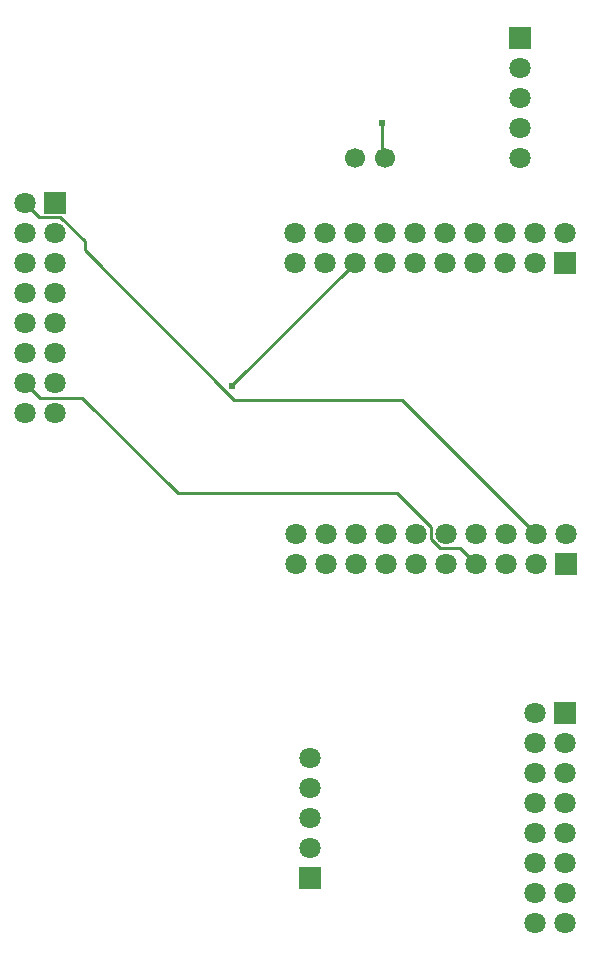
<source format=gtl>
G04 Layer: TopLayer*
G04 EasyEDA v6.5.44, 2024-07-16 08:44:05*
G04 f322a21155e64bfca94832d5c325404b,a277f855c1dd484d8ea612a13ca666de,10*
G04 Gerber Generator version 0.2*
G04 Scale: 100 percent, Rotated: No, Reflected: No *
G04 Dimensions in millimeters *
G04 leading zeros omitted , absolute positions ,4 integer and 5 decimal *
%FSLAX45Y45*%
%MOMM*%

%AMMACRO1*21,1,$1,$2,0,0,$3*%
%ADD10C,0.2540*%
%ADD11C,1.8000*%
%ADD12MACRO1,1.8X1.8X-90.0000*%
%ADD13MACRO1,1.8X1.8X0.0000*%
%ADD14C,1.7000*%
%ADD15MACRO1,1.8X1.8X90.0000*%
%ADD16C,0.6100*%

%LPD*%
D10*
X5473700Y10020300D02*
G01*
X4338243Y11155756D01*
X2917190Y11155756D01*
X1648866Y12424079D01*
X1648866Y12500508D01*
X1440459Y12708915D01*
X1261084Y12708915D01*
X1143000Y12827000D01*
X4965700Y9766300D02*
G01*
X4829784Y9902215D01*
X4660290Y9902215D01*
X4584700Y9977805D01*
X4584700Y10078161D01*
X4297679Y10365181D01*
X2437129Y10365181D01*
X1626311Y11176000D01*
X1270000Y11176000D01*
X1143000Y11303000D01*
X3937000Y12319000D02*
G01*
X2897860Y11279860D01*
X2897860Y11274425D01*
X4191000Y13208000D02*
G01*
X4169765Y13229234D01*
X4169765Y13502131D01*
D11*
G01*
X1143000Y11049000D03*
G01*
X1397000Y11049000D03*
G01*
X1143000Y11303000D03*
G01*
X1397000Y11303000D03*
G01*
X1143000Y11557000D03*
G01*
X1397000Y11557000D03*
G01*
X1143000Y11811000D03*
G01*
X1397000Y11811000D03*
G01*
X1143000Y12065000D03*
G01*
X1397000Y12065000D03*
G01*
X1143000Y12319000D03*
G01*
X1397000Y12319000D03*
G01*
X1143000Y12573000D03*
G01*
X1397000Y12573000D03*
G01*
X1143000Y12827000D03*
D12*
G01*
X1397000Y12827000D03*
D11*
G01*
X3429000Y12573000D03*
G01*
X3429000Y12319000D03*
G01*
X3683000Y12573000D03*
G01*
X3683000Y12319000D03*
G01*
X3937000Y12573000D03*
G01*
X3937000Y12319000D03*
G01*
X4191000Y12573000D03*
G01*
X4191000Y12319000D03*
G01*
X4445000Y12573000D03*
G01*
X4445000Y12319000D03*
G01*
X4699000Y12573000D03*
G01*
X4699000Y12319000D03*
G01*
X4953000Y12573000D03*
G01*
X4953000Y12319000D03*
G01*
X5207000Y12573000D03*
G01*
X5207000Y12319000D03*
G01*
X5461000Y12573000D03*
G01*
X5461000Y12319000D03*
G01*
X5715000Y12573000D03*
D13*
G01*
X5715000Y12319000D03*
D12*
G01*
X5334000Y14224000D03*
D11*
G01*
X5333987Y13970000D03*
G01*
X5333987Y13716000D03*
G01*
X5333987Y13462000D03*
G01*
X5333987Y13208000D03*
D14*
G01*
X3937000Y13208000D03*
G01*
X4191000Y13208000D03*
D15*
G01*
X3556000Y7112000D03*
D11*
G01*
X3556012Y7366000D03*
G01*
X3556012Y7620000D03*
G01*
X3556012Y7874000D03*
G01*
X3556012Y8128000D03*
G01*
X3441700Y10020300D03*
G01*
X3441700Y9766300D03*
G01*
X3695700Y10020300D03*
G01*
X3695700Y9766300D03*
G01*
X3949700Y10020300D03*
G01*
X3949700Y9766300D03*
G01*
X4203700Y10020300D03*
G01*
X4203700Y9766300D03*
G01*
X4457700Y10020300D03*
G01*
X4457700Y9766300D03*
G01*
X4711700Y10020300D03*
G01*
X4711700Y9766300D03*
G01*
X4965700Y10020300D03*
G01*
X4965700Y9766300D03*
G01*
X5219700Y10020300D03*
G01*
X5219700Y9766300D03*
G01*
X5473700Y10020300D03*
G01*
X5473700Y9766300D03*
G01*
X5727700Y10020300D03*
D13*
G01*
X5727700Y9766300D03*
D11*
G01*
X5461000Y6731000D03*
G01*
X5715000Y6731000D03*
G01*
X5461000Y6985000D03*
G01*
X5715000Y6985000D03*
G01*
X5461000Y7239000D03*
G01*
X5715000Y7239000D03*
G01*
X5461000Y7493000D03*
G01*
X5715000Y7493000D03*
G01*
X5461000Y7747000D03*
G01*
X5715000Y7747000D03*
G01*
X5461000Y8001000D03*
G01*
X5715000Y8001000D03*
G01*
X5461000Y8255000D03*
G01*
X5715000Y8255000D03*
G01*
X5461000Y8509000D03*
D12*
G01*
X5715000Y8509000D03*
D16*
G01*
X4169765Y13502131D03*
G01*
X2897860Y11274425D03*
M02*

</source>
